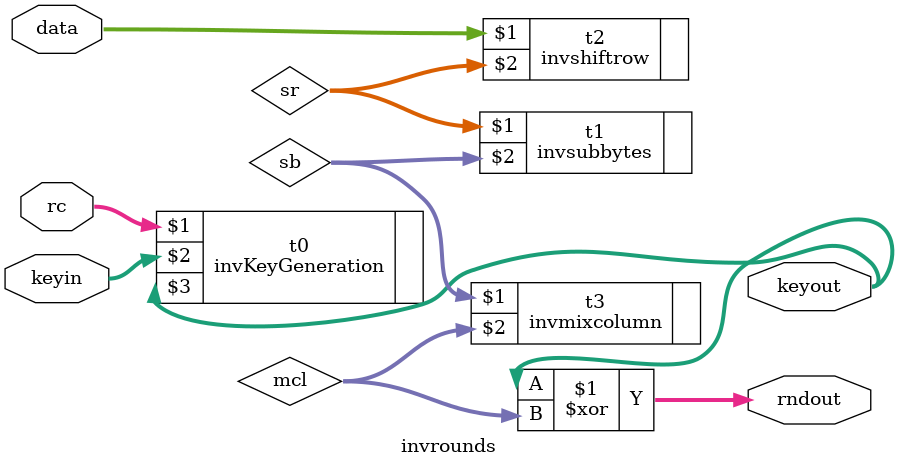
<source format=v>
`timescale 1ns / 1ps

module invrounds(
    input [3:0]rc,
    input [127:0]data,
    input [127:0]keyin,
    output [127:0]keyout,
    output [127:0]rndout
);

wire [127:0] sb,sr,mcl;

invKeyGeneration t0(rc,keyin,keyout);
invshiftrow t2(data,sr);
invsubbytes t1(sr,sb);
invmixcolumn t3(sb,mcl);

assign rndout= keyout^mcl;
endmodule

</source>
